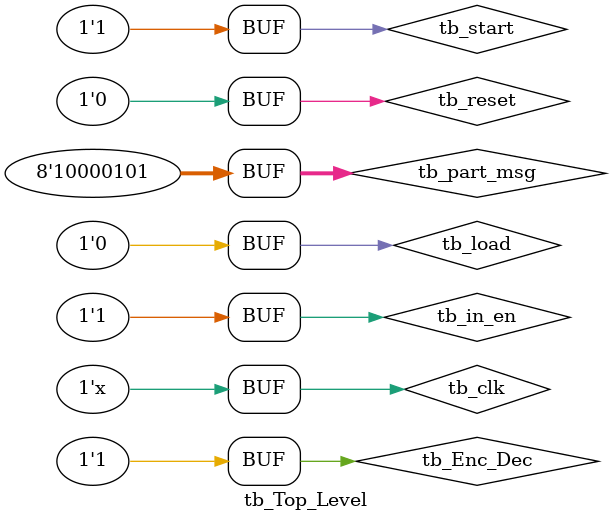
<source format=v>
`timescale 1 ns / 1 ns

module tb_Top_Level
();

reg           tb_clk,tb_reset,tb_start,tb_in_en,tb_load,tb_Enc_Dec;
reg  [7:0]    tb_part_msg;
wire [7:0]    tb_part_SEED;
wire          tb_load_rpi3, tb_done, tb_reset_out;


always
begin
#5  tb_clk  <= ~tb_clk;
end


initial begin
/*
$display ("time\t\t Rounds     sync         key_out1                key_out2                         B2F                             B2A                              A2X                    F2X                   X2B");
$monitor ("%g\t\t %h           %h           %h                   %h                    %h                  %h        %h       %h         %h           ",
           $time, DUT.Rounds,DUT.synch.sync,DUT.Key.key_vec[63:0],DUT.Key.key_In, DUT.FN.B2F, DUT.FN.B2A, DUT.FN.A2X,DUT.FN.F2X, DUT.FN.X2B);


$display ("time\t\t clk    reset      in_en       pulse_start      load_msg       done_en     part_msg1                   tmp_msg                   msg               done ");
$monitor ("%g\t\t   %h     %h           %h           %h               %h              %h        %h               %h           %h                   %h          ",
           $time,DUT.clk, DUT.reset, DUT.in_en, DUT.dut_byte_to_256.pulse_start, DUT.dut_byte_to_256.load_msg, DUT.dut_byte_to_256.done_en ,DUT.dut_byte_to_256.part_msg1,DUT.dut_byte_to_256.tmp_msg, DUT.dut_byte_to_256.reg_msg, DUT.dut_byte_to_256.done);
*/
    tb_part_msg  <= 8'h00;
    //tb_key <= 128'h4706480851E61BE85D74BFB3FD956185; 
	// tb_plaintext  <= 128'h83A2F8A288641FB9A4E9A5CC2F131C7D;
    tb_clk     <= 0;
    tb_reset   <= 1;
	tb_in_en  <= 0;
	tb_start   <= 0;
	tb_Enc_Dec <= 1;
	tb_load   <= 0;
#113 tb_reset   <= 0;
#15 tb_in_en  <= 1;
#15 tb_start  <= 1;

#10 tb_part_msg   <= 8'h83;
#10 tb_load   <= 1;
#10 tb_load   <= 0;
#10 tb_part_msg   <= 8'hA2;
#10 tb_load   <= 1;
#10 tb_load   <= 0;
#10 tb_part_msg   <= 8'hF8;
#10 tb_load   <= 1;
#10 tb_load   <= 0;
#10 tb_part_msg   <= 8'hA2;
#10 tb_load   <= 1;
#10 tb_load   <= 0;
#10 tb_part_msg   <= 8'h88;
#10 tb_load   <= 1;
#10 tb_load   <= 0;
#10 tb_part_msg   <= 8'h64;
#10 tb_load   <= 1;
#10 tb_load   <= 0;
#10 tb_part_msg   <= 8'h1F;
#10 tb_load   <= 1;
#10 tb_load   <= 0;
#10 tb_part_msg   <= 8'hB9;
#10 tb_load   <= 1;
#10 tb_load   <= 0;
#10 tb_part_msg   <= 8'hA4;
#10 tb_load   <= 1;
#10 tb_load   <= 0;
#10 tb_part_msg   <= 8'hE9;
#10 tb_load   <= 1;
#10 tb_load   <= 0;
#10 tb_part_msg   <= 8'hA5;
#10 tb_load   <= 1;
#10 tb_load   <= 0;
#10 tb_part_msg   <= 8'hCC;
#10 tb_load   <= 1;
#10 tb_load   <= 0;
#10 tb_part_msg   <= 8'h2F;
#10 tb_load   <= 1;
#10 tb_load   <= 0;
#10 tb_part_msg   <= 8'h13;
#10 tb_load   <= 1;
#10 tb_load   <= 0;
#10 tb_part_msg   <= 8'h1C;
#10 tb_load   <= 1;
#10 tb_load   <= 0;
#10 tb_part_msg   <= 8'h7D;
#10 tb_load   <= 1;
#10 tb_load   <= 0;
#10 tb_part_msg   <= 8'h47;
#10 tb_load   <= 1;
#10 tb_load   <= 0;
#10 tb_part_msg   <= 8'h06;
#10 tb_load   <= 1;
#10 tb_load   <= 0;
#10 tb_part_msg   <= 8'h48;
#10 tb_load   <= 1;
#10 tb_load   <= 0;
#10 tb_part_msg   <= 8'h08;
#10 tb_load   <= 1;
#10 tb_load   <= 0;
#10 tb_part_msg   <= 8'h51;
#10 tb_load   <= 1;
#10 tb_load   <= 0;
#10 tb_part_msg   <= 8'hE6;
#10 tb_load   <= 1;
#10 tb_load   <= 0;
#10 tb_part_msg   <= 8'h1B;
#10 tb_load   <= 1;
#10 tb_load   <= 0;
#10 tb_part_msg   <= 8'hE8;
#10 tb_load   <= 1;
#10 tb_load   <= 0;
#10 tb_part_msg   <= 8'h5D;
#10 tb_load   <= 1;
#10 tb_load   <= 0;
#10 tb_part_msg   <= 8'h74;
#10 tb_load   <= 1;
#10 tb_load   <= 0;
#10 tb_part_msg   <= 8'hBF;
#10 tb_load   <= 1;
#10 tb_load   <= 0;
#10 tb_part_msg   <= 8'hB3;
#10 tb_load   <= 1;
#10 tb_load   <= 0;
#10 tb_part_msg   <= 8'hFD;
#10 tb_load   <= 1;
#10 tb_load   <= 0;
#10 tb_part_msg   <= 8'h95;
#10 tb_load   <= 1;
#10 tb_load   <= 0;
#10 tb_part_msg   <= 8'h61;
#10 tb_load   <= 1;
#10 tb_load   <= 0;
#10 tb_part_msg   <= 8'h85;
#10 tb_load   <= 1;
#10 tb_load   <= 0;
//#10 tb_start  <= 0;
//#10 tb_in_en   <= 0;


       
end


Top_Level DUT
(
.clk      (tb_clk),
.reset      (tb_reset)    ,
.in_en    (tb_in_en)  ,
.start    (tb_start)  ,
.Enc_Dec   (tb_Enc_Dec),
.load    (tb_load)    ,
.part_msg    (tb_part_msg)  ,
.part_SEED   (tb_part_SEED),
.load_rpi3      (tb_load_rpi3)  ,
.done         (tb_done),
.reset_out   (tb_reset_out)
);


endmodule

</source>
